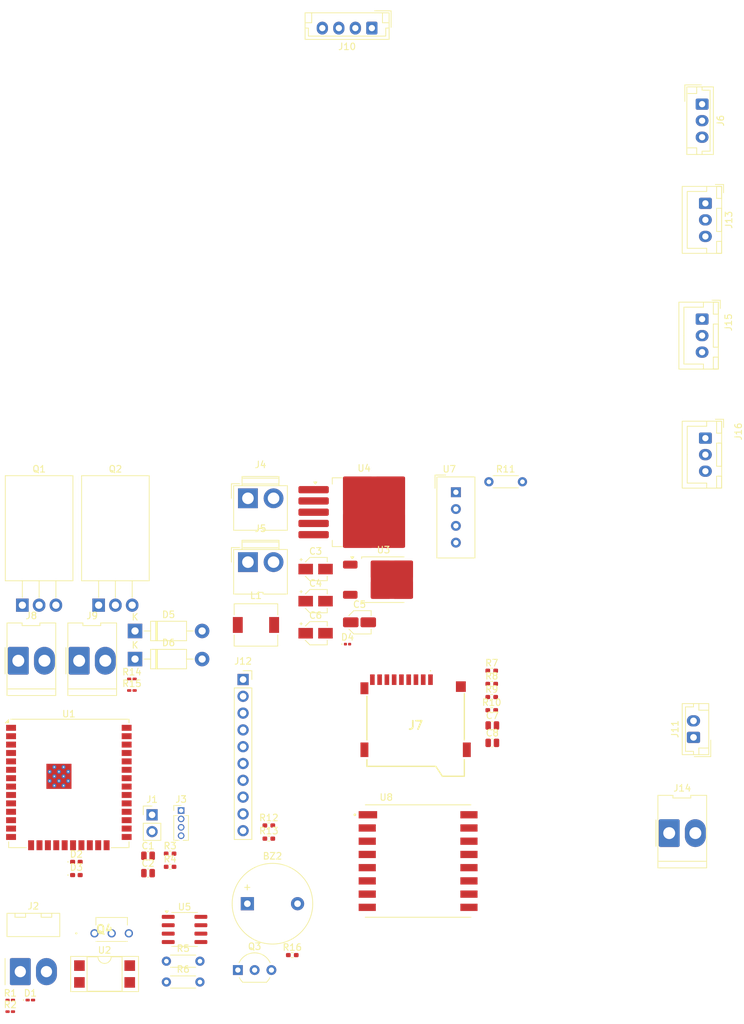
<source format=kicad_pcb>
(kicad_pcb (version 20240108) (generator "pcbnew") (generator_version "8.0")
  (layers (0 "F.Cu" signal) (31 "B.Cu" signal) (34 "B.Paste" user) (35 "F.Paste" user) (36 "B.SilkS" user "B.Silkscreen") (37 "F.SilkS" user "F.Silkscreen") (38 "B.Mask" user) (39 "F.Mask" user) (44 "Edge.Cuts" user))
  (net 0 "")
  (net 1 "Net-(BZ2--)")
  (net 2 "+5V")
  (net 3 "GND")
  (net 4 "+3.3V")
  (net 5 "+12V")
  (net 6 "Net-(D1-A)")
  (net 7 "Net-(D2-A)")
  (net 8 "Net-(D3-A)")
  (net 9 "Net-(D4-K)")
  (net 10 "Net-(D5-A)")
  (net 11 "Net-(D6-A)")
  (net 12 "Net-(J1-Pin_1)")
  (net 13 "Net-(J2-Pin_2)")
  (net 14 "Net-(J3-Pin_3)")
  (net 15 "Net-(J3-Pin_2)")
  (net 16 "/D14")
  (net 17 "/CLK")
  (net 18 "/MISO")
  (net 19 "/CS")
  (net 22 "/MOSI")
  (net 24 "/TX")
  (net 25 "/RX")
  (net 28 "/D32")
  (net 29 "/SCL")
  (net 30 "/D35")
  (net 31 "/SDA")
  (net 32 "/D34")
  (net 33 "Net-(Q1-B)")
  (net 34 "Net-(Q2-B)")
  (net 35 "Net-(Q3-B)")
  (net 36 "Net-(Q4-B)")
  (net 37 "Net-(R1-Pad2)")
  (net 38 "/D13")
  (net 39 "Net-(R2-Pad1)")
  (net 40 "/D2")
  (net 41 "/D12")
  (net 42 "/D25")
  (net 43 "/D26")
  (net 44 "/D4")
  (net 45 "/SCK")
  (net 48 "/Tx")
  (net 51 "/D33")
  (net 55 "/Rx")
  (net 56 "/D15")
  (footprint "Connector_Molex:Molex_KK-396_5273-02A_1x02_P3.96mm_Vertical" (layer "F.Cu") (at 16.47 113.16)
    (property "Reference" "J8" (at 1.98 -6.8 0) (layer "F.SilkS"))
    (property "Value" "Solenoid L")
    (pad "1" thru_hole roundrect (at 0 0) (size 3.16 4.2) (drill 1.8) (layers "*.Cu" "*.Mask") (roundrect_rratio 0.079114) (net 10 "Net-(D5-A)"))
    (pad "2" thru_hole oval (at 3.96 0) (size 3.16 4.2) (drill 1.8) (layers "*.Cu" "*.Mask") (net 5 "+12V"))
  )
  (footprint "Package_TO_SOT_THT:TO-220-3_Horizontal_TabDown" (layer "F.Cu") (at 28.63 104.76)
    (property "Reference" "Q2" (at 2.54 -20.58 0) (layer "F.SilkS"))
    (property "Value" "TIP120")
    (pad "" np_thru_hole oval (at 2.54 -16.66) (size 3.5 3.5) (drill 3.5) (layers "*.Cu" "*.Mask"))
    (pad "1" thru_hole rect (at 0 0) (size 1.905 2) (drill 1.1) (layers "*.Cu" "*.Mask") (net 34 "Net-(Q2-B)"))
    (pad "2" thru_hole oval (at 2.54 0) (size 1.905 2) (drill 1.1) (layers "*.Cu" "*.Mask") (net 11 "Net-(D6-A)"))
    (pad "3" thru_hole oval (at 5.08 0) (size 1.905 2) (drill 1.1) (layers "*.Cu" "*.Mask") (net 3 "GND"))
  )
  (footprint "Sensor:Aosong_DHT11_5.5x12.0_P2.54mm" (layer "F.Cu") (at 82.725 87.685)
    (property "Reference" "U7" (at -1 -3.5 0) (layer "F.SilkS"))
    (property "Value" "DHT11")
    (pad "1" thru_hole rect (at 0 0) (size 1.5 1.5) (drill 0.8) (layers "*.Cu" "*.Mask") (net 2 "+5V"))
    (pad "2" thru_hole circle (at 0 2.54) (size 1.5 1.5) (drill 0.8) (layers "*.Cu" "*.Mask") (net 41 "/D12"))
    (pad "3" thru_hole circle (at 0 5.08) (size 1.5 1.5) (drill 0.8) (layers "*.Cu" "*.Mask"))
    (pad "4" thru_hole circle (at 0 7.62) (size 1.5 1.5) (drill 0.8) (layers "*.Cu" "*.Mask") (net 3 "GND"))
  )
  (footprint "Package_TO_SOT_SMD:TO-263-5_TabPin3" (layer "F.Cu") (at 68.83 90.7)
    (property "Reference" "U4" (at 0 -6.65 0) (layer "F.SilkS"))
    (property "Value" "LM2576S-5")
    (pad "1" smd roundrect (at -7.65 -3.4) (size 4.6 1.1) (layers "F.Cu" "F.Paste" "F.Mask") (roundrect_rratio 0.227273) (net 5 "+12V"))
    (pad "2" smd roundrect (at -7.65 -1.7) (size 4.6 1.1) (layers "F.Cu" "F.Paste" "F.Mask") (roundrect_rratio 0.227273) (net 9 "Net-(D4-K)"))
    (pad "3" smd roundrect (at -7.65 0) (size 4.6 1.1) (layers "F.Cu" "F.Paste" "F.Mask") (roundrect_rratio 0.227273) (net 3 "GND"))
    (pad "3" smd roundrect (at -0.925 -2.775) (size 4.55 5.25) (layers "F.Cu" "F.Paste") (roundrect_rratio 0.054945) (net 3 "GND"))
    (pad "3" smd roundrect (at -0.925 2.775) (size 4.55 5.25) (layers "F.Cu" "F.Paste") (roundrect_rratio 0.054945) (net 3 "GND"))
    (pad "3" smd roundrect (at 1.5 0) (size 9.4 10.8) (layers "F.Cu" "F.Mask") (roundrect_rratio 0.026596) (net 3 "GND"))
    (pad "3" smd roundrect (at 3.925 -2.775) (size 4.55 5.25) (layers "F.Cu" "F.Paste") (roundrect_rratio 0.054945) (net 3 "GND"))
    (pad "3" smd roundrect (at 3.925 2.775) (size 4.55 5.25) (layers "F.Cu" "F.Paste") (roundrect_rratio 0.054945) (net 3 "GND"))
    (pad "4" smd roundrect (at -7.65 1.7) (size 4.6 1.1) (layers "F.Cu" "F.Paste" "F.Mask") (roundrect_rratio 0.227273) (net 2 "+5V"))
    (pad "5" smd roundrect (at -7.65 3.4) (size 4.6 1.1) (layers "F.Cu" "F.Paste" "F.Mask") (roundrect_rratio 0.227273) (net 3 "GND"))
  )
  (footprint "Resistor_SMD:R_0201_0603Metric_Pad0.64x0.40mm_HandSolder" (layer "F.Cu") (at 15.25 164.47)
    (property "Reference" "R1" (at 0 -1.05 0) (layer "F.SilkS"))
    (property "Value" "1K")
    (pad "1" smd roundrect (at -0.4075 0) (size 0.635 0.4) (layers "F.Cu" "F.Mask") (net 38 "/D13"))
    (pad "2" smd roundrect (at 0.4075 0) (size 0.635 0.4) (layers "F.Cu" "F.Mask") (net 37 "Net-(R1-Pad2)"))
  )
  (footprint "Connector_JST:JST_EH_B3B-EH-A_1x03_P2.50mm_Vertical" (layer "F.Cu") (at 120 29 -90)
    (property "Reference" "J6" (at 2.5 -2.8 90) (layer "F.SilkS"))
    (property "Value" "Input Flow")
    (pad "1" thru_hole roundrect (at 0 0 270) (size 1.7 1.95) (drill 0.95) (layers "*.Cu" "*.Mask") (roundrect_rratio 0.147059) (net 2 "+5V"))
    (pad "2" thru_hole oval (at 2.5 0 270) (size 1.7 1.95) (drill 0.95) (layers "*.Cu" "*.Mask") (net 16 "/D14"))
    (pad "3" thru_hole oval (at 5 0 270) (size 1.7 1.95) (drill 0.95) (layers "*.Cu" "*.Mask") (net 3 "GND"))
  )
  (footprint "Connector_JST:JST_XH_B3B-XH-A_1x03_P2.50mm_Vertical" (layer "F.Cu") (at 120 61.5 -90)
    (property "Reference" "J15" (at 0.5 -4 90) (layer "F.SilkS"))
    (property "Value" "LOW PREASURE SENSOR")
    (pad "1" thru_hole roundrect (at 0 0 270) (size 1.7 1.95) (drill 0.95) (layers "*.Cu" "*.Mask") (roundrect_rratio 0.147059) (net 3 "GND"))
    (pad "2" thru_hole oval (at 2.5 0 270) (size 1.7 1.95) (drill 0.95) (layers "*.Cu" "*.Mask") (net 30 "/D35"))
    (pad "3" thru_hole oval (at 5 0 270) (size 1.7 1.95) (drill 0.95) (layers "*.Cu" "*.Mask") (net 5 "+12V"))
  )
  (footprint "Capacitor_SMD:CP_Elec_3x5.3" (layer "F.Cu") (at 61.48 104.15)
    (property "Reference" "C4" (at 0 -2.7 0) (layer "F.SilkS"))
    (property "Value" "10uF")
    (pad "1" smd rect (at -1.5 0) (size 2.2 1.6) (layers "F.Cu" "F.Paste" "F.Mask") (net 4 "+3.3V"))
    (pad "2" smd rect (at 1.5 0) (size 2.2 1.6) (layers "F.Cu" "F.Paste" "F.Mask") (net 3 "GND"))
  )
  (footprint "MSD-4-A:MSD4A" (layer "F.Cu") (at 76.625 122.925)
    (property "Reference" "J7" (at 0 0 0) (layer "F.SilkS") (effects (font (size 1.27 1.27) (thickness 0.254))))
    (property "Value" "MSD-4-A" (hide yes))
    (pad "" np_thru_hole circle (at -4.95 4.1) (size 1 1) (drill 1) (layers "*.Cu" "*.Mask"))
    (pad "" np_thru_hole circle (at 3.05 4.1) (size 1 1) (drill 1) (layers "*.Cu" "*.Mask"))
    (pad "1" smd rect (at 2.25 -6.9) (size 0.7 1.6) (layers "F.Cu" "F.Paste" "F.Mask"))
    (pad "2" smd rect (at 1.15 -6.9) (size 0.7 1.6) (layers "F.Cu" "F.Paste" "F.Mask") (net 19 "/CS"))
    (pad "3" smd rect (at 0.05 -6.9) (size 0.7 1.6) (layers "F.Cu" "F.Paste" "F.Mask") (net 18 "/MISO"))
    (pad "4" smd rect (at -1.05 -6.9) (size 0.7 1.6) (layers "F.Cu" "F.Paste" "F.Mask") (net 4 "+3.3V"))
    (pad "5" smd rect (at -2.15 -6.9) (size 0.7 1.6) (layers "F.Cu" "F.Paste" "F.Mask") (net 17 "/CLK"))
    (pad "6" smd rect (at -3.25 -6.9) (size 0.7 1.6) (layers "F.Cu" "F.Paste" "F.Mask") (net 3 "GND"))
    (pad "7" smd rect (at -4.35 -6.9) (size 0.7 1.6) (layers "F.Cu" "F.Paste" "F.Mask") (net 22 "/MOSI"))
    (pad "8" smd rect (at -5.45 -6.9) (size 0.7 1.6) (layers "F.Cu" "F.Paste" "F.Mask"))
    (pad "CD1" smd rect (at -6.55 -6.9) (size 0.7 1.6) (layers "F.Cu" "F.Paste" "F.Mask"))
    (pad "G1" smd rect (at 6.85 -5.85) (size 1.5 1.6) (layers "F.Cu" "F.Paste" "F.Mask") (net 3 "GND"))
    (pad "G2" smd rect (at 7.75 3.7) (size 1.2 2.2) (layers "F.Cu" "F.Paste" "F.Mask") (net 3 "GND"))
    (pad "G3" smd rect (at -7.75 3.7) (size 1.2 2.2) (layers "F.Cu" "F.Paste" "F.Mask") (net 3 "GND"))
    (pad "G4" smd rect (at -7.75 -5.6) (size 1.2 1.8) (layers "F.Cu" "F.Paste" "F.Mask") (net 3 "GND"))
  )
  (footprint "Connector_JST:JST_XH_B3B-XH-A_1x03_P2.50mm_Vertical" (layer "F.Cu") (at 120.5 44 -90)
    (property "Reference" "J13" (at 2.5 -3.55 90) (layer "F.SilkS"))
    (property "Value" "LEFT HIGH PREASURE")
    (pad "1" thru_hole roundrect (at 0 0 270) (size 1.7 1.95) (drill 0.95) (layers "*.Cu" "*.Mask") (roundrect_rratio 0.147059) (net 3 "GND"))
    (pad "2" thru_hole oval (at 2.5 0 270) (size 1.7 1.95) (drill 0.95) (layers "*.Cu" "*.Mask") (net 28 "/D32"))
    (pad "3" thru_hole oval (at 5 0 270) (size 1.7 1.95) (drill 0.95) (layers "*.Cu" "*.Mask") (net 5 "+12V"))
  )
  (footprint "LED_SMD:LED_0201_0603Metric_Pad0.64x0.40mm_HandSolder" (layer "F.Cu") (at 18.29 164.47)
    (property "Reference" "D1" (at 0 -1.05 0) (layer "F.SilkS"))
    (property "Value" "LED")
    (pad "1" smd roundrect (at -0.4075 0) (size 0.635 0.4) (layers "F.Cu" "F.Mask") (net 3 "GND"))
    (pad "2" smd roundrect (at 0.4075 0) (size 0.635 0.4) (layers "F.Cu" "F.Mask") (net 6 "Net-(D1-A)"))
  )
  (footprint "Package_DIP:DIP-4_W7.62mm_SMDSocket_SmallPads" (layer "F.Cu") (at 29.53 160.53)
    (property "Reference" "U2" (at 0 -3.6 0) (layer "F.SilkS"))
    (property "Value" "PC817")
    (pad "1" smd rect (at -3.81 -1.27) (size 1.6 1.6) (layers "F.Cu" "F.Paste" "F.Mask") (net 37 "Net-(R1-Pad2)"))
    (pad "2" smd rect (at -3.81 1.27) (size 1.6 1.6) (layers "F.Cu" "F.Paste" "F.Mask") (net 6 "Net-(D1-A)"))
    (pad "3" smd rect (at 3.81 1.27) (size 1.6 1.6) (layers "F.Cu" "F.Paste" "F.Mask") (net 39 "Net-(R2-Pad1)"))
    (pad "4" smd rect (at 3.81 -1.27) (size 1.6 1.6) (layers "F.Cu" "F.Paste" "F.Mask") (net 5 "+12V"))
  )
  (footprint "Connector:JWT_A3963_1x02_P3.96mm_Vertical" (layer "F.Cu") (at 51.235 88.6)
    (property "Reference" "J4" (at 1.91 -5.08 0) (layer "F.SilkS"))
    (property "Value" "Conn_01x02_Pin")
    (pad "1" thru_hole rect (at 0 0) (size 3 3) (drill 1.75) (layers "*.Cu" "*.Mask") (net 2 "+5V"))
    (pad "2" thru_hole circle (at 3.88 0) (size 3 3) (drill 1.75) (layers "*.Cu" "*.Mask") (net 5 "+12V"))
  )
  (footprint "Package_SO:SOIC-8_3.9x4.9mm_P1.27mm" (layer "F.Cu") (at 41.64 153.79)
    (property "Reference" "U5" (at 0 -3.4 0) (layer "F.SilkS"))
    (property "Value" "FM24C64B")
    (pad "1" smd roundrect (at -2.475 -1.905) (size 1.95 0.6) (layers "F.Cu" "F.Paste" "F.Mask") (net 3 "GND"))
    (pad "2" smd roundrect (at -2.475 -0.635) (size 1.95 0.6) (layers "F.Cu" "F.Paste" "F.Mask") (net 3 "GND"))
    (pad "3" smd roundrect (at -2.475 0.635) (size 1.95 0.6) (layers "F.Cu" "F.Paste" "F.Mask") (net 3 "GND"))
    (pad "4" smd roundrect (at -2.475 1.905) (size 1.95 0.6) (layers "F.Cu" "F.Paste" "F.Mask") (net 3 "GND"))
    (pad "5" smd roundrect (at 2.475 1.905) (size 1.95 0.6) (layers "F.Cu" "F.Paste" "F.Mask") (net 31 "/SDA"))
    (pad "6" smd roundrect (at 2.475 0.635) (size 1.95 0.6) (layers "F.Cu" "F.Paste" "F.Mask") (net 29 "/SCL"))
    (pad "7" smd roundrect (at 2.475 -0.635) (size 1.95 0.6) (layers "F.Cu" "F.Paste" "F.Mask"))
    (pad "8" smd roundrect (at 2.475 -1.905) (size 1.95 0.6) (layers "F.Cu" "F.Paste" "F.Mask") (net 4 "+3.3V"))
  )
  (footprint "Capacitor_SMD:C_0504_1310Metric_Pad0.83x1.28mm_HandSolder" (layer "F.Cu") (at 36.11 145.28)
    (property "Reference" "C2" (at 0 -1.49 0) (layer "F.SilkS"))
    (property "Value" "0.1uF")
    (pad "1" smd roundrect (at -0.6275 0) (size 0.835 1.28) (layers "F.Cu" "F.Paste" "F.Mask") (net 4 "+3.3V"))
    (pad "2" smd roundrect (at 0.6275 0) (size 0.835 1.28) (layers "F.Cu" "F.Paste" "F.Mask") (net 3 "GND"))
  )
  (footprint "Resistor_SMD:R_0402_1005Metric_Pad0.72x0.64mm_HandSolder" (layer "F.Cu") (at 88.15 114.67)
    (property "Reference" "R7" (at 0 -1.17 0) (layer "F.SilkS"))
    (property "Value" "10K")
    (pad "1" smd roundrect (at -0.5975 0) (size 0.715 0.64) (layers "F.Cu" "F.Paste" "F.Mask") (net 4 "+3.3V"))
    (pad "2" smd roundrect (at 0.5975 0) (size 0.715 0.64) (layers "F.Cu" "F.Paste" "F.Mask") (net 19 "/CS"))
  )
  (footprint "Connector_JST:JST_EH_B4B-EH-A_1x04_P2.50mm_Vertical" (layer "F.Cu") (at 70 17.5 180)
    (property "Reference" "J10" (at 3.75 -2.8 0) (layer "F.SilkS"))
    (property "Value" "Conn_01x04_Pin")
    (pad "1" thru_hole roundrect (at 0 0 180) (size 1.7 1.95) (drill 0.95) (layers "*.Cu" "*.Mask") (roundrect_rratio 0.147059) (net 2 "+5V"))
    (pad "2" thru_hole oval (at 2.5 0 180) (size 1.7 1.95) (drill 0.95) (layers "*.Cu" "*.Mask") (net 25 "/RX"))
    (pad "3" thru_hole oval (at 5 0 180) (size 1.7 1.95) (drill 0.95) (layers "*.Cu" "*.Mask") (net 24 "/TX"))
    (pad "4" thru_hole oval (at 7.5 0 180) (size 1.7 1.95) (drill 0.95) (layers "*.Cu" "*.Mask") (net 3 "GND"))
  )
  (footprint "Connector:JWT_A3963_1x02_P3.96mm_Vertical" (layer "F.Cu") (at 51.235 98.25)
    (property "Reference" "J5" (at 1.91 -5.08 0) (layer "F.SilkS"))
    (property "Value" "Conn_01x02_Pin")
    (pad "1" thru_hole rect (at 0 0) (size 3 3) (drill 1.75) (layers "*.Cu" "*.Mask") (net 2 "+5V"))
    (pad "2" thru_hole circle (at 3.88 0) (size 3 3) (drill 1.75) (layers "*.Cu" "*.Mask") (net 5 "+12V"))
  )
  (footprint "Resistor_SMD:R_0402_1005Metric_Pad0.72x0.64mm_HandSolder" (layer "F.Cu") (at 39.45 144.32)
    (property "Reference" "R4" (at 0 -1.17 0) (layer "F.SilkS"))
    (property "Value" "1K")
    (pad "1" smd roundrect (at -0.5975 0) (size 0.715 0.64) (layers "F.Cu" "F.Paste" "F.Mask") (net 4 "+3.3V"))
    (pad "2" smd roundrect (at 0.5975 0) (size 0.715 0.64) (layers "F.Cu" "F.Paste" "F.Mask") (net 7 "Net-(D2-A)"))
  )
  (footprint "Resistor_SMD:R_0402_1005Metric_Pad0.72x0.64mm_HandSolder" (layer "F.Cu") (at 57.95 157.67)
    (property "Reference" "R16" (at 0 -1.17 0) (layer "F.SilkS"))
    (property "Value" "1k")
    (pad "1" smd roundrect (at -0.5975 0) (size 0.715 0.64) (layers "F.Cu" "F.Paste" "F.Mask") (net 44 "/D4"))
    (pad "2" smd roundrect (at 0.5975 0) (size 0.715 0.64) (layers "F.Cu" "F.Paste" "F.Mask") (net 35 "Net-(Q3-B)"))
  )
  (footprint "Resistor_SMD:R_0402_1005Metric_Pad0.72x0.64mm_HandSolder" (layer "F.Cu") (at 39.45 142.33)
    (property "Reference" "R3" (at 0 -1.17 0) (layer "F.SilkS"))
    (property "Value" "1K")
    (pad "1" smd roundrect (at -0.5975 0) (size 0.715 0.64) (layers "F.Cu" "F.Paste" "F.Mask") (net 8 "Net-(D3-A)"))
    (pad "2" smd roundrect (at 0.5975 0) (size 0.715 0.64) (layers "F.Cu" "F.Paste" "F.Mask") (net 40 "/D2"))
  )
  (footprint "Diode_SMD:D_0201_0603Metric" (layer "F.Cu") (at 66.315 110.65)
    (property "Reference" "D4" (at 0 -1.05 0) (layer "F.SilkS"))
    (property "Value" "1N5822")
    (pad "1" smd roundrect (at -0.32 0) (size 0.46 0.4) (layers "F.Cu" "F.Mask") (net 9 "Net-(D4-K)"))
    (pad "2" smd roundrect (at 0.32 0) (size 0.46 0.4) (layers "F.Cu" "F.Mask") (net 3 "GND"))
  )
  (footprint "Capacitor_SMD:CP_Elec_3x5.3" (layer "F.Cu") (at 61.48 109)
    (property "Reference" "C6" (at 0 -2.7 0) (layer "F.SilkS"))
    (property "Value" "1000uF")
    (pad "1" smd rect (at -1.5 0) (size 2.2 1.6) (layers "F.Cu" "F.Paste" "F.Mask") (net 2 "+5V"))
    (pad "2" smd rect (at 1.5 0) (size 2.2 1.6) (layers "F.Cu" "F.Paste" "F.Mask") (net 3 "GND"))
  )
  (footprint "Resistor_SMD:R_0402_1005Metric_Pad0.72x0.64mm_HandSolder" (layer "F.Cu") (at 88.15 118.65)
    (property "Reference" "R9" (at 0 -1.17 0) (layer "F.SilkS"))
    (property "Value" "10K")
    (pad "1" smd roundrect (at -0.5975 0) (size 0.715 0.64) (layers "F.Cu" "F.Paste" "F.Mask") (net 17 "/CLK"))
    (pad "2" smd roundrect (at 0.5975 0) (size 0.715 0.64) (layers "F.Cu" "F.Paste" "F.Mask") (net 4 "+3.3V"))
  )
  (footprint "Connector_Molex:Molex_KK-396_A-41792-0002_1x02_P3.96mm_Horizontal" (layer "F.Cu") (at 16.77 160.17)
    (property "Reference" "J2" (at 1.98 -9.91 0) (layer "F.SilkS"))
    (property "Value" "buzzer")
    (pad "1" thru_hole roundrect (at 0 0) (size 3.16 4.1) (drill 1.7) (layers "*.Cu" "*.Mask") (roundrect_rratio 0.079114) (net 5 "+12V"))
    (pad "2" thru_hole oval (at 3.96 0) (size 3.16 4.1) (drill 1.7) (layers "*.Cu" "*.Mask") (net 13 "Net-(J2-Pin_2)"))
  )
  (footprint "Resistor_SMD:R_0402_1005Metric_Pad0.72x0.64mm_HandSolder" (layer "F.Cu") (at 88.15 120.64)
    (property "Reference" "R10" (at 0 -1.17 0) (layer "F.SilkS"))
    (property "Value" "10K")
    (pad "1" smd roundrect (at -0.5975 0) (size 0.715 0.64) (layers "F.Cu" "F.Paste" "F.Mask") (net 22 "/MOSI"))
    (pad "2" smd roundrect (at 0.5975 0) (size 0.715 0.64) (layers "F.Cu" "F.Paste" "F.Mask") (net 4 "+3.3V"))
  )
  (footprint "Buzzer_Beeper:Buzzer_12x9.5RM7.6" (layer "F.Cu") (at 51.15 149.9)
    (property "Reference" "BZ2" (at 3.8 -7.2 0) (layer "F.SilkS"))
    (property "Value" "Buzzer")
    (fp_text user "+" (at -0.01 -2.54 0) (layer "F.SilkS"))
    (pad "1" thru_hole rect (at 0 0) (size 2 2) (drill 1) (layers "*.Cu" "*.Mask") (net 2 "+5V"))
    (pad "2" thru_hole circle (at 7.6 0) (size 2 2) (drill 1) (layers "*.Cu" "*.Mask") (net 1 "Net-(BZ2--)"))
  )
  (footprint "Capacitor_SMD:C_0504_1310Metric_Pad0.83x1.28mm_HandSolder" (layer "F.Cu") (at 88.24 125.58)
    (property "Reference" "C8" (at 0 -1.49 0) (layer "F.SilkS"))
    (property "Value" "10uF")
    (pad "1" smd roundrect (at -0.6275 0) (size 0.835 1.28) (layers "F.Cu" "F.Paste" "F.Mask") (net 4 "+3.3V"))
    (pad "2" smd roundrect (at 0.6275 0) (size 0.835 1.28) (layers "F.Cu" "F.Paste" "F.Mask") (net 3 "GND"))
  )
  (footprint "Resistor_SMD:R_0201_0603Metric_Pad0.64x0.40mm_HandSolder" (layer "F.Cu") (at 15.25 166.22)
    (property "Reference" "R2" (at 0 -1.05 0) (layer "F.SilkS"))
    (property "Value" "510")
    (pad "1" smd roundrect (at -0.4075 0) (size 0.635 0.4) (layers "F.Cu" "F.Mask") (net 39 "Net-(R2-Pad1)"))
    (pad "2" smd roundrect (at 0.4075 0) (size 0.635 0.4) (layers "F.Cu" "F.Mask") (net 36 "Net-(Q4-B)"))
  )
  (footprint "Package_TO_SOT_THT:TO-92_Inline_Wide" (layer "F.Cu") (at 49.71 159.93)
    (property "Reference" "Q3" (at 2.54 -3.56 0) (layer "F.SilkS"))
    (property "Value" "BC547")
    (pad "1" thru_hole rect (at 0 0) (size 1.5 1.5) (drill 0.8) (layers "*.Cu" "*.Mask") (net 1 "Net-(BZ2--)"))
    (pad "2" thru_hole circle (at 2.54 0) (size 1.5 1.5) (drill 0.8) (layers "*.Cu" "*.Mask") (net 35 "Net-(Q3-B)"))
    (pad "3" thru_hole circle (at 5.08 0) (size 1.5 1.5) (drill 0.8) (layers "*.Cu" "*.Mask") (net 3 "GND"))
  )
  (footprint "Resistor_THT:R_Axial_DIN0204_L3.6mm_D1.6mm_P5.08mm_Horizontal" (layer "F.Cu") (at 38.89 158.59)
    (property "Reference" "R5" (at 2.54 -1.92 0) (layer "F.SilkS"))
    (property "Value" "1k8")
    (pad "1" thru_hole circle (at 0 0) (size 1.4 1.4) (drill 0.7) (layers "*.Cu" "*.Mask") (net 4 "+3.3V"))
    (pad "2" thru_hole oval (at 5.08 0) (size 1.4 1.4) (drill 0.7) (layers "*.Cu" "*.Mask") (net 31 "/SDA"))
  )
  (footprint "Connector_PinSocket_2.54mm:PinSocket_1x10_P2.54mm_Vertical" (layer "F.Cu") (at 50.5 116)
    (property "Reference" "J12" (at 0 -2.77 0) (layer "F.SilkS"))
    (property "Value" "ADS1015")
    (pad "1" thru_hole rect (at 0 0) (size 1.7 1.7) (drill 1) (layers "*.Cu" "*.Mask") (net 4 "+3.3V"))
    (pad "2" thru_hole oval (at 0 2.54) (size 1.7 1.7) (drill 1) (layers "*.Cu" "*.Mask") (net 3 "GND"))
    (pad "3" thru_hole oval (at 0 5.08) (size 1.7 1.7) (drill 1) (layers "*.Cu" "*.Mask") (net 29 "/SCL"))
    (pad "4" thru_hole oval (at 0 7.62) (size 1.7 1.7) (drill 1) (layers "*.Cu" "*.Mask") (net 31 "/SDA"))
    (pad "5" thru_hole oval (at 0 10.16) (size 1.7 1.7) (drill 1) (layers "*.Cu" "*.Mask") (net 4 "+3.3V"))
    (pad "6" thru_hole oval (at 0 12.7) (size 1.7 1.7) (drill 1) (layers "*.Cu" "*.Mask"))
    (pad "7" thru_hole oval (at 0 15.24) (size 1.7 1.7) (drill 1) (layers "*.Cu" "*.Mask") (net 28 "/D32"))
    (pad "8" thru_hole oval (at 0 17.78) (size 1.7 1.7) (drill 1) (layers "*.Cu" "*.Mask") (net 32 "/D34"))
    (pad "9" thru_hole oval (at 0 20.32) (size 1.7 1.7) (drill 1) (layers "*.Cu" "*.Mask") (net 30 "/D35"))
    (pad "10" thru_hole oval (at 0 22.86) (size 1.7 1.7) (drill 1) (layers "*.Cu" "*.Mask"))
  )
  (footprint "Resistor_THT:R_Axial_DIN0204_L3.6mm_D1.6mm_P5.08mm_Horizontal" (layer "F.Cu") (at 87.72 86.1)
    (property "Reference" "R11" (at 2.54 -1.92 0) (layer "F.SilkS"))
    (property "Value" "5K1")
    (pad "1" thru_hole circle (at 0 0) (size 1.4 1.4) (drill 0.7) (layers "*.Cu" "*.Mask") (net 2 "+5V"))
    (pad "2" thru_hole oval (at 5.08 0) (size 1.4 1.4) (drill 0.7) (layers "*.Cu" "*.Mask") (net 41 "/D12"))
  )
  (footprint "RA-02_LORA:MODULE_RA-02_LORA" (layer "F.Cu") (at 77.001 143.45)
    (property "Reference" "U8" (at -4.825 -9.635 0) (layer "F.SilkS"))
    (property "Value" "RA-02_LORA")
    (pad "1" smd rect (at -7.6 -7) (size 2.8 1.1) (layers "F.Cu" "F.Paste" "F.Mask") (net 3 "GND"))
    (pad "2" smd rect (at -7.7 -5) (size 2.6 1.1) (layers "F.Cu" "F.Paste" "F.Mask") (net 3 "GND"))
    (pad "3" smd rect (at -7.7 -3) (size 2.6 1.1) (layers "F.Cu" "F.Paste" "F.Mask") (net 4 "+3.3V"))
    (pad "4" smd rect (at -7.7 -1) (size 2.6 1.1) (layers "F.Cu" "F.Paste" "F.Mask") (net 56 "/D15"))
    (pad "5" smd rect (at -7.7 1) (size 2.6 1.1) (layers "F.Cu" "F.Paste" "F.Mask") (net 51 "/D33"))
    (pad "6" smd rect (at -7.7 3) (size 2.6 1.1) (layers "F.Cu" "F.Paste" "F.Mask"))
    (pad "7" smd rect (at -7.7 5) (size 2.6 1.1) (layers "F.Cu" "F.Paste" "F.Mask"))
    (pad "8" smd rect (at -7.7 7) (size 2.6 1.1) (layers "F.Cu" "F.Paste" "F.Mask"))
    (pad "9" smd rect (at 7.7 7) (size 2.6 1.1) (layers "F.Cu" "F.Paste" "F.Mask") (net 3 "GND"))
    (pad "10" smd rect (at 7.7 5) (size 2.6 1.1) (layers "F.Cu" "F.Paste" "F.Mask"))
    (pad "11" smd rect (at 7.7 3) (size 2.6 1.1) (layers "F.Cu" "F.Paste" "F.Mask"))
    (pad "12" smd rect (at 7.7 1) (size 2.6 1.1) (layers "F.Cu" "F.Paste" "F.Mask") (net 45 "/SCK"))
    (pad "13" smd rect (at 7.7 -1) (size 2.6 1.1) (layers "F.Cu" "F.Paste" "F.Mask") (net 18 "/MISO"))
    (pad "14" smd rect (at 7.7 -3) (size 2.6 1.1) (layers "F.Cu" "F.Paste" "F.Mask") (net 22 "/MOSI"))
    (pad "15" smd rect (at 7.7 -5) (size 2.6 1.1) (layers "F.Cu" "F.Paste" "F.Mask") (net 19 "/CS"))
    (pad "16" smd rect (at 7.7 -7) (size 2.6 1.1) (layers "F.Cu" "F.Paste" "F.Mask") (net 3 "GND"))
  )
  (footprint "Capacitor_SMD:C_Elec_3x5.4" (layer "F.Cu") (at 68.13 107.35)
    (property "Reference" "C5" (at 0 -2.7 0) (layer "F.SilkS"))
    (property "Value" "100uF")
    (pad "1" smd roundrect (at -1.325 0) (size 2.35 1.5) (layers "F.Cu" "F.Paste" "F.Mask") (roundrect_rratio 0.166667) (net 5 "+12V"))
    (pad "2" smd roundrect (at 1.325 0) (size 2.35 1.5) (layers "F.Cu" "F.Paste" "F.Mask") (roundrect_rratio 0.166667) (net 3 "GND"))
  )
  (footprint "KiCad:2N5551TA" (layer "F.Cu") (at 28.005 154.38)
    (property "Reference" "Q4" (at 1.533 -0.585 0) (layer "F.SilkS") (effects (font (size 1.27 1.27) (thickness 0.254))))
    (property "Value" "2N5551-TA" (hide yes))
    (pad "1" thru_hole circle (at 0 0) (size 1.25 1.25) (drill 0.82) (layers "*.Cu" "*.Mask") (net 13 "Net-(J2-Pin_2)"))
    (pad "2" thru_hole circle (at 2.6 0) (size 1.25 1.25) (drill 0.82) (layers "*.Cu" "*.Mask") (net 36 "Net-(Q4-B)"))
    (pad "3" thru_hole circle (at 5.2 0) (size 1.25 1.25) (drill 0.82) (layers "*.Cu" "*.Mask") (net 3 "GND"))
  )
  (footprint "Connector_PinHeader_2.54mm:PinHeader_1x02_P2.54mm_Vertical" (layer "F.Cu") (at 36.72 136.46)
    (property "Reference" "J1" (at 0 -2.33 0) (layer "F.SilkS"))
    (property "Value" "Boot")
    (pad "1" thru_hole rect (at 0 0) (size 1.7 1.7) (drill 1) (layers "*.Cu" "*.Mask") (net 12 "Net-(J1-Pin_1)"))
    (pad "2" thru_hole oval (at 0 2.54) (size 1.7 1.7) (drill 1) (layers "*.Cu" "*.Mask") (net 3 "GND"))
  )
  (footprint "Capacitor_SMD:C_0504_1310Metric_Pad0.83x1.28mm_HandSolder" (layer "F.Cu") (at 36.11 142.65)
    (property "Reference" "C1" (at 0 -1.49 0) (layer "F.SilkS"))
    (property "Value" "22uF")
    (pad "1" smd roundrect (at -0.6275 0) (size 0.835 1.28) (layers "F.Cu" "F.Paste" "F.Mask") (net 4 "+3.3V"))
    (pad "2" smd roundrect (at 0.6275 0) (size 0.835 1.28) (layers "F.Cu" "F.Paste" "F.Mask") (net 3 "GND"))
  )
  (footprint "Package_TO_SOT_THT:TO-220-3_Horizontal_TabDown" (layer "F.Cu") (at 17.08 104.76)
    (property "Reference" "Q1" (at 2.54 -20.58 0) (layer "F.SilkS"))
    (property "Value" "TIP120")
    (pad "" np_thru_hole oval (at 2.54 -16.66) (size 3.5 3.5) (drill 3.5) (layers "*.Cu" "*.Mask"))
    (pad "1" thru_hole rect (at 0 0) (size 1.905 2) (drill 1.1) (layers "*.Cu" "*.Mask") (net 33 "Net-(Q1-B)"))
    (pad "2" thru_hole oval (at 2.54 0) (size 1.905 2) (drill 1.1) (layers "*.Cu" "*.Mask") (net 10 "Net-(D5-A)"))
    (pad "3" thru_hole oval (at 5.08 0) (size 1.905 2) (drill 1.1) (layers "*.Cu" "*.Mask") (net 3 "GND"))
  )
  (footprint "Resistor_SMD:R_0201_0603Metric_Pad0.64x0.40mm_HandSolder" (layer "F.Cu") (at 33.67 117.66)
    (property "Reference" "R15" (at 0 -1.05 0) (layer "F.SilkS"))
    (property "Value" "10K")
    (pad "1" smd roundrect (at -0.4075 0) (size 0.635 0.4) (layers "F.Cu" "F.Mask") (net 43 "/D26"))
    (pad "2" smd roundrect (at 0.4075 0) (size 0.635 0.4) (layers "F.Cu" "F.Mask") (net 34 "Net-(Q2-B)"))
  )
  (footprint "LED_SMD:LED_0402_1005Metric_Pad0.77x0.64mm_HandSolder" (layer "F.Cu") (at 25.26 145.57)
    (property "Reference" "D3" (at 0 -1.17 0) (layer "F.SilkS"))
    (property "Value" "BIRU")
    (pad "1" smd roundrect (at -0.5725 0) (size 0.765 0.64) (layers "F.Cu" "F.Paste" "F.Mask") (net 3 "GND"))
    (pad "2" smd roundrect (at 0.5725 0) (size 0.765 0.64) (layers "F.Cu" "F.Paste" "F.Mask") (net 8 "Net-(D3-A)"))
  )
  (footprint "Connector_JST:JST_EH_B2B-EH-A_1x02_P2.50mm_Vertical" (layer "F.Cu") (at 118.7 124.75 90)
    (property "Reference" "J11" (at 1.25 -2.8 90) (layer "F.SilkS"))
    (property "Value" "IN 12V")
    (pad "1" thru_hole roundrect (at 0 0 90) (size 1.7 2) (drill 1) (layers "*.Cu" "*.Mask") (roundrect_rratio 0.147059) (net 5 "+12V"))
    (pad "2" thru_hole oval (at 2.5 0 90) (size 1.7 2) (drill 1) (layers "*.Cu" "*.Mask") (net 3 "GND"))
  )
  (footprint "RF_Module:ESP32-WROOM-32UE" (layer "F.Cu") (at 24.12 131.71)
    (property "Reference" "U1" (at 0 -10.5 0) (layer "F.SilkS"))
    (property "Value" "ESP32-WROOM-32UE")
    (pad "1" smd rect (at -8.75 -8.41) (size 1.5 0.9) (layers "F.Cu" "F.Paste" "F.Mask") (net 3 "GND"))
    (pad "2" smd rect (at -8.75 -7.14) (size 1.5 0.9) (layers "F.Cu" "F.Paste" "F.Mask") (net 4 "+3.3V"))
    (pad "3" smd rect (at -8.75 -5.87) (size 1.5 0.9) (layers "F.Cu" "F.Paste" "F.Mask"))
    (pad "4" smd rect (at -8.75 -4.6) (size 1.5 0.9) (layers "F.Cu" "F.Paste" "F.Mask"))
    (pad "5" smd rect (at -8.75 -3.33) (size 1.5 0.9) (layers "F.Cu" "F.Paste" "F.Mask"))
    (pad "6" smd rect (at -8.75 -2.06) (size 1.5 0.9) (layers "F.Cu" "F.Paste" "F.Mask") (net 32 "/D34"))
    (pad "7" smd rect (at -8.75 -0.79) (size 1.5 0.9) (layers "F.Cu" "F.Paste" "F.Mask") (net 30 "/D35"))
    (pad "8" smd rect (at -8.75 0.48) (size 1.5 0.9) (layers "F.Cu" "F.Paste" "F.Mask") (net 28 "/D32"))
    (pad "9" smd rect (at -8.75 1.75) (size 1.5 0.9) (layers "F.Cu" "F.Paste" "F.Mask") (net 51 "/D33"))
    (pad "10" smd rect (at -8.75 3.02) (size 1.5 0.9) (layers "F.Cu" "F.Paste" "F.Mask") (net 42 "/D25"))
    (pad "11" smd rect (at -8.75 4.29) (size 1.5 0.9) (layers "F.Cu" "F.Paste" "F.Mask") (net 43 "/D26"))
    (pad "12" smd rect (at -8.75 5.56) (size 1.5 0.9) (layers "F.Cu" "F.Paste" "F.Mask"))
    (pad "13" smd rect (at -8.75 6.83) (size 1.5 0.9) (layers "F.Cu" "F.Paste" "F.Mask") (net 16 "/D14"))
    (pad "14" smd rect (at -8.75 8.1) (size 1.5 0.9) (layers "F.Cu" "F.Paste" "F.Mask") (net 41 "/D12"))
    (pad "15" smd rect (at -5.715 9.35 90) (size 1.5 0.9) (layers "F.Cu" "F.Paste" "F.Mask") (net 3 "GND"))
    (pad "16" smd rect (at -4.445 9.35 90) (size 1.5 0.9) (layers "F.Cu" "F.Paste" "F.Mask") (net 38 "/D13"))
    (pad "17" smd rect (at -3.175 9.35 90) (size 1.5 0.9) (layers "F.Cu" "F.Paste" "F.Mask"))
    (pad "18" smd rect (at -1.905 9.35 90) (size 1.5 0.9) (layers "F.Cu" "F.Paste" "F.Mask"))
    (pad "19" smd rect (at -0.635 9.35 90) (size 1.5 0.9) (layers "F.Cu" "F.Paste" "F.Mask"))
    (pad "20" smd rect (at 0.635 9.35 90) (size 1.5 0.9) (layers "F.Cu" "F.Paste" "F.Mask"))
    (pad "21" smd rect (at 1.905 9.35 90) (size 1.5 0.9) (layers "F.Cu" "F.Paste" "F.Mask"))
    (pad "22" smd rect (at 3.175 9.35 90) (size 1.5 0.9) (layers "F.Cu" "F.Paste" "F.Mask"))
    (pad "23" smd rect (at 4.445 9.35 90) (size 1.5 0.9) (layers "F.Cu" "F.Paste" "F.Mask") (net 56 "/D15"))
    (pad "24" smd rect (at 5.715 9.35 90) (size 1.5 0.9) (layers "F.Cu" "F.Paste" "F.Mask") (net 40 "/D2"))
    (pad "25" smd rect (at 8.75 8.1) (size 1.5 0.9) (layers "F.Cu" "F.Paste" "F.Mask") (net 12 "Net-(J1-Pin_1)"))
    (pad "26" smd rect (at 8.75 6.83) (size 1.5 0.9) (layers "F.Cu" "F.Paste" "F.Mask") (net 44 "/D4"))
    (pad "27" smd rect (at 8.75 5.56) (size 1.5 0.9) (layers "F.Cu" "F.Paste" "F.Mask") (net 48 "/Tx"))
    (pad "28" smd rect (at 8.75 4.29) (size 1.5 0.9) (layers "F.Cu" "F.Paste" "F.Mask") (net 55 "/Rx"))
    (pad "29" smd rect (at 8.75 3.02) (size 1.5 0.9) (layers "F.Cu" "F.Paste" "F.Mask") (net 19 "/CS"))
    (pad "30" smd rect (at 8.75 1.75) (size 1.5 0.9) (layers "F.Cu" "F.Paste" "F.Mask") (net 45 "/SCK"))
    (pad "31" smd rect (at 8.75 0.48) (size 1.5 0.9) (layers "F.Cu" "F.Paste" "F.Mask") (net 18 "/MISO"))
    (pad "32" smd rect (at 8.75 -0.79) (size 1.5 0.9) (layers "F.Cu" "F.Paste" "F.Mask"))
    (pad "33" smd rect (at 8.75 -2.06) (size 1.5 0.9) (layers "F.Cu" "F.Paste" "F.Mask") (net 31 "/SDA"))
    (pad "34" smd rect (at 8.75 -3.33) (size 1.5 0.9) (layers "F.Cu" "F.Paste" "F.Mask") (net 14 "Net-(J3-Pin_3)"))
    (pad "35" smd rect (at 8.75 -4.6) (size 1.5 0.9) (layers "F.Cu" "F.Paste" "F.Mask") (net 15 "Net-(J3-Pin_2)"))
    (pad "36" smd rect (at 8.75 -5.87) (size 1.5 0.9) (layers "F.Cu" "F.Paste" "F.Mask") (net 29 "/SCL"))
    (pad "37" smd rect (at 8.75 -7.14) (size 1.5 0.9) (layers "F.Cu" "F.Paste" "F.Mask") (net 22 "/MOSI"))
    (pad "38" smd rect (at 8.75 -8.41) (size 1.5 0.9) (layers "F.Cu" "F.Paste" "F.Mask") (net 3 "GND"))
    (pad "39" smd rect (at -2.9 -2.47) (size 0.9 0.9) (layers "F.Cu" "F.Paste") (net 3 "GND"))
    (pad "39" thru_hole circle (at -2.9 -1.77) (size 0.6 0.6) (drill 0.2) (property pad_prop_heatsink) (layers "*.Cu" "F.Mask") (net 3 "GND"))
    (pad "39" smd rect (at -2.9 -1.07) (size 0.9 0.9) (layers "F.Cu" "F.Paste") (net 3 "GND"))
    (pad "39" thru_hole circle (at -2.9 -0.37) (size 0.6 0.6) (drill 0.2) (property pad_prop_heatsink) (layers "*.Cu" "F.Mask") (net 3 "GND"))
    (pad "39" smd rect (at -2.9 0.33) (size 0.9 0.9) (layers "F.Cu" "F.Paste") (net 3 "GND"))
    (pad "39" thru_hole circle (at -2.2 -2.47) (size 0.6 0.6) (drill 0.2) (property pad_prop_heatsink) (layers "*.Cu" "F.Mask") (net 3 "GND"))
    (pad "39" thru_hole circle (at -2.2 -1.07) (size 0.6 0.6) (drill 0.2) (property pad_prop_heatsink) (layers "*.Cu" "F.Mask") (net 3 "GND"))
    (pad "39" thru_hole circle (at -2.2 0.33) (size 0.6 0.6) (drill 0.2) (property pad_prop_heatsink) (layers "*.Cu" "F.Mask") (net 3 "GND"))
    (pad "39" smd rect (at -1.5 -2.47) (size 0.9 0.9) (layers "F.Cu" "F.Paste") (net 3 "GND"))
    (pad "39" thru_hole circle (at -1.5 -1.77) (size 0.6 0.6) (drill 0.2) (property pad_prop_heatsink) (layers "*.Cu" "F.Mask") (net 3 "GND"))
    (pad "39" smd rect (at -1.5 -1.07) (size 0.9 0.9) (layers "F.Cu" "F.Paste") (net 3 "GND"))
    (pad "39" smd rect (at -1.5 -1.07) (size 3.8 3.8) (layers "F.Cu" "F.Mask") (net 3 "GND"))
    (pad "39" thru_hole circle (at -1.5 -0.37) (size 0.6 0.6) (drill 0.2) (property pad_prop_heatsink) (layers "*.Cu" "F.Mask") (net 3 "GND"))
    (pad "39" smd rect (at -1.5 0.33) (size 0.9 0.9) (layers "F.Cu" "F.Paste") (net 3 "GND"))
    (pad "39" thru_hole circle (at -0.8 -2.47) (size 0.6 0.6) (drill 0.2) (property pad_prop_heatsink) (layers "*.Cu" "F.Mask") (net 3 "GND"))
    (pad "39" thru_hole circle (at -0.8 -1.07) (size 0.6 0.6) (drill 0.2) (property pad_prop_heatsink) (layers "*.Cu" "F.Mask") (net 3 "GND"))
    (pad "39" thru_hole circle (at -0.8 0.33) (size 0.6 0.6) (drill 0.2) (property pad_prop_heatsink) (layers "*.Cu" "F.Mask") (net 3 "GND"))
    (pad "39" smd rect (at -0.1 -2.47) (size 0.9 0.9) (layers "F.Cu" "F.Paste") (net 3 "GND"))
    (pad "39" thru_hole circle (at -0.1 -1.77) (size 0.6 0.6) (drill 0.2) (property pad_prop_heatsink) (layers "*.Cu" "F.Mask") (net 3 "GND"))
    (pad "39" smd rect (at -0.1 -1.07) (size 0.9 0.9) (layers "F.Cu" "F.Paste") (net 3 "GND"))
    (pad "39" thru_hole circle (at -0.1 -0.37) (size 0.6 0.6) (drill 0.2) (property pad_prop_heatsink) (layers "*.Cu" "F.Mask") (net 3 "GND"))
    (pad "39" smd rect (at -0.1 0.33) (size 0.9 0.9) (layers "F.Cu" "F.Paste") (net 3 "GND"))
  )
  (footprint "Resistor_SMD:R_0402_1005Metric_Pad0.72x0.64mm_HandSolder" (layer "F.Cu") (at 88.15 116.66)
    (property "Reference" "R8" (at 0 -1.17 0) (layer "F.SilkS"))
    (property "Value" "10K")
    (pad "1" smd roundrect (at -0.5975 0) (size 0.715 0.64) (layers "F.Cu" "F.Paste" "F.Mask") (net 18 "/MISO"))
    (pad "2" smd roundrect (at 0.5975 0) (size 0.715 0.64) (layers "F.Cu" "F.Paste" "F.Mask") (net 4 "+3.3V"))
  )
  (footprint "Connector_PinHeader_1.27mm:PinHeader_1x04_P1.27mm_Vertical" (layer "F.Cu") (at 41.12 135.81)
    (property "Reference" "J3" (at 0 -1.695 0) (layer "F.SilkS"))
    (property "Value" "UART")
    (pad "1" thru_hole rect (at 0 0) (size 1 1) (drill 0.65) (layers "*.Cu" "*.Mask") (net 4 "+3.3V"))
    (pad "2" thru_hole oval (at 0 1.27) (size 1 1) (drill 0.65) (layers "*.Cu" "*.Mask") (net 15 "Net-(J3-Pin_2)"))
    (pad "3" thru_hole oval (at 0 2.54) (size 1 1) (drill 0.65) (layers "*.Cu" "*.Mask") (net 14 "Net-(J3-Pin_3)"))
    (pad "4" thru_hole oval (at 0 3.81) (size 1 1) (drill 0.65) (layers "*.Cu" "*.Mask") (net 3 "GND"))
  )
  (footprint "Resistor_SMD:R_0402_1005Metric_Pad0.72x0.64mm_HandSolder" (layer "F.Cu") (at 54.4 138.07)
    (property "Reference" "R12" (at 0 -1.17 0) (layer "F.SilkS"))
    (property "Value" "10K")
    (pad "1" smd roundrect (at -0.5975 0) (size 0.715 0.64) (layers "F.Cu" "F.Paste" "F.Mask") (net 4 "+3.3V"))
    (pad "2" smd roundrect (at 0.5975 0) (size 0.715 0.64) (layers "F.Cu" "F.Paste" "F.Mask") (net 29 "/SCL"))
  )
  (footprint "Resistor_THT:R_Axial_DIN0204_L3.6mm_D1.6mm_P5.08mm_Horizontal" (layer "F.Cu") (at 38.89 161.74)
    (property "Reference" "R6" (at 2.54 -1.92 0) (layer "F.SilkS"))
    (property "Value" "1k8")
    (pad "1" thru_hole circle (at 0 0) (size 1.4 1.4) (drill 0.7) (layers "*.Cu" "*.Mask") (net 4 "+3.3V"))
    (pad "2" thru_hole oval (at 5.08 0) (size 1.4 1.4) (drill 0.7) (layers "*.Cu" "*.Mask") (net 29 "/SCL"))
  )
  (footprint "Connector_Molex:Molex_KK-396_5273-02A_1x02_P3.96mm_Vertical" (layer "F.Cu") (at 115.02 139.225)
    (property "Reference" "J14" (at 1.98 -6.8 0) (layer "F.SilkS"))
    (property "Value" "IN 24V")
    (pad "1" thru_hole roundrect (at 0 0) (size 3.16 4.2) (drill 1.8) (layers "*.Cu" "*.Mask") (roundrect_rratio 0.079114) (net 5 "+12V"))
    (pad "2" thru_hole oval (at 3.96 0) (size 3.16 4.2) (drill 1.8) (layers "*.Cu" "*.Mask") (net 3 "GND"))
  )
  (footprint "Connector_JST:JST_XH_B3B-XH-A_1x03_P2.50mm_Vertical" (layer "F.Cu") (at 120.5 79.5 -90)
    (property "Reference" "J16" (at -1 -5 90) (layer "F.SilkS"))
    (property "Value" "RIGHT PREASURE SENSOR")
    (pad "1" thru_hole roundrect (at 0 0 270) (size 1.7 1.95) (drill 0.95) (layers "*.Cu" "*.Mask") (roundrect_rratio 0.147059) (net 3 "GND"))
    (pad "2" thru_hole oval (at 2.5 0 270) (size 1.7 1.95) (drill 0.95) (layers "*.Cu" "*.Mask") (net 32 "/D34"))
    (pad "3" thru_hole oval (at 5 0 270) (size 1.7 1.95) (drill 0.95) (layers "*.Cu" "*.Mask") (net 2 "+5V"))
  )
  (footprint "Connector_Molex:Molex_KK-396_5273-02A_1x02_P3.96mm_Vertical" (layer "F.Cu") (at 25.68 113.16)
    (property "Reference" "J9" (at 1.98 -6.8 0) (layer "F.SilkS"))
    (property "Value" "Solenoid R")
    (pad "1" thru_hole roundrect (at 0 0) (size 3.16 4.2) (drill 1.8) (layers "*.Cu" "*.Mask") (roundrect_rratio 0.079114) (net 11 "Net-(D6-A)"))
    (pad "2" thru_hole oval (at 3.96 0) (size 3.16 4.2) (drill 1.8) (layers "*.Cu" "*.Mask") (net 5 "+12V"))
  )
  (footprint "Resistor_SMD:R_0402_1005Metric_Pad0.72x0.64mm_HandSolder" (layer "F.Cu") (at 54.4 140.06)
    (property "Reference" "R13" (at 0 -1.17 0) (layer "F.SilkS"))
    (property "Value" "10K")
    (pad "1" smd roundrect (at -0.5975 0) (size 0.715 0.64) (layers "F.Cu" "F.Paste" "F.Mask") (net 4 "+3.3V"))
    (pad "2" smd roundrect (at 0.5975 0) (size 0.715 0.64) (layers "F.Cu" "F.Paste" "F.Mask") (net 31 "/SDA"))
  )
  (footprint "LED_SMD:LED_0402_1005Metric_Pad0.77x0.64mm_HandSolder" (layer "F.Cu") (at 25.26 143.58)
    (property "Reference" "D2" (at 0 -1.17 0) (layer "F.SilkS"))
    (property "Value" "MERAH")
    (pad "1" smd roundrect (at -0.5725 0) (size 0.765 0.64) (layers "F.Cu" "F.Paste" "F.Mask") (net 3 "GND"))
    (pad "2" smd roundrect (at 0.5725 0) (size 0.765 0.64) (layers "F.Cu" "F.Paste" "F.Mask") (net 7 "Net-(D2-A)"))
  )
  (footprint "Diode_THT:D_DO-41_SOD81_P10.16mm_Horizontal" (layer "F.Cu") (at 34.14 112.91)
    (property "Reference" "D6" (at 5.08 -2.47 0) (layer "F.SilkS"))
    (property "Value" "1N4007")
    (fp_text user "K" (at 0 -2.1 0) (layer "F.SilkS"))
    (pad "1" thru_hole rect (at 0 0) (size 2.2 2.2) (drill 1.1) (layers "*.Cu" "*.Mask") (net 5 "+12V"))
    (pad "2" thru_hole oval (at 10.16 0) (size 2.2 2.2) (drill 1.1) (layers "*.Cu" "*.Mask") (net 11 "Net-(D6-A)"))
  )
  (footprint "Diode_THT:D_DO-41_SOD81_P10.16mm_Horizontal" (layer "F.Cu") (at 34.14 108.66)
    (property "Reference" "D5" (at 5.08 -2.47 0) (layer "F.SilkS"))
    (property "Value" "1N4007")
    (fp_text user "K" (at 0 -2.1 0) (layer "F.SilkS"))
    (pad "1" thru_hole rect (at 0 0) (size 2.2 2.2) (drill 1.1) (layers "*.Cu" "*.Mask") (net 5 "+12V"))
    (pad "2" thru_hole oval (at 10.16 0) (size 2.2 2.2) (drill 1.1) (layers "*.Cu" "*.Mask") (net 10 "Net-(D5-A)"))
  )
  (footprint "Resistor_SMD:R_0201_0603Metric_Pad0.64x0.40mm_HandSolder" (layer "F.Cu") (at 33.67 115.91)
    (property "Reference" "R14" (at 0 -1.05 0) (layer "F.SilkS"))
    (property "Value" "10K")
    (pad "1" smd roundrect (at -0.4075 0) (size 0.635 0.4) (layers "F.Cu" "F.Mask") (net 42 "/D25"))
    (pad "2" smd roundrect (at 0.4075 0) (size 0.635 0.4) (layers "F.Cu" "F.Mask") (net 33 "Net-(Q1-B)"))
  )
  (footprint "Package_TO_SOT_SMD:TO-252-2" (layer "F.Cu") (at 71.77 100.905)
    (property "Reference" "U3" (at 0 -4.5 0) (layer "F.SilkS"))
    (property "Value" "LM1117DT-3.3")
    (pad "1" smd roundrect (at -5.04 -2.28) (size 2.2 1.2) (layers "F.Cu" "F.Paste" "F.Mask") (roundrect_rratio 0.208333) (net 3 "GND"))
    (pad "2" smd roundrect (at -0.415 -1.525) (size 3.05 2.75) (layers "F.Cu" "F.Paste") (roundrect_rratio 0.090909) (net 4 "+3.3V"))
    (pad "2" smd roundrect (at -0.415 1.525) (size 3.05 2.75) (layers "F.Cu" "F.Paste") (roundrect_rratio 0.090909) (net 4 "+3.3V"))
    (pad "2" smd roundrect (at 1.26 0) (size 6.4 5.8) (layers "F.Cu" "F.Mask") (roundrect_rratio 0.043103) (net 4 "+3.3V"))
    (pad "2" smd roundrect (at 2.935 -1.525) (size 3.05 2.75) (layers "F.Cu" "F.Paste") (roundrect_rratio 0.090909) (net 4 "+3.3V"))
    (pad "2" smd roundrect (at 2.935 1.525) (size 3.05 2.75) (layers "F.Cu" "F.Paste") (roundrect_rratio 0.090909) (net 4 "+3.3V"))
    (pad "3" smd roundrect (at -5.04 2.28) (size 2.2 1.2) (layers "F.Cu" "F.Paste" "F.Mask") (roundrect_rratio 0.208333) (net 5 "+12V"))
  )
  (footprint "Capacitor_SMD:C_0504_1310Metric_Pad0.83x1.28mm_HandSolder" (layer "F.Cu") (at 88.24 122.95)
    (property "Reference" "C7" (at 0 -1.49 0) (layer "F.SilkS"))
    (property "Value" "100nF")
    (pad "1" smd roundrect (at -0.6275 0) (size 0.835 1.28) (layers "F.Cu" "F.Paste" "F.Mask") (net 4 "+3.3V"))
    (pad "2" smd roundrect (at 0.6275 0) (size 0.835 1.28) (layers "F.Cu" "F.Paste" "F.Mask") (net 3 "GND"))
  )
  (footprint "Inductor_SMD:L_6.3x6.3_H3" (layer "F.Cu") (at 52.45 107.75)
    (property "Reference" "L1" (at 0 -4.45 0) (layer "F.SilkS"))
    (property "Value" "100uh")
    (pad "1" smd rect (at -2.75 0) (size 1.5 2.4) (layers "F.Cu" "F.Paste" "F.Mask") (net 9 "Net-(D4-K)"))
    (pad "2" smd rect (at 2.75 0) (size 1.5 2.4) (layers "F.Cu" "F.Paste" "F.Mask") (net 2 "+5V"))
  )
  (footprint "Capacitor_SMD:CP_Elec_3x5.3" (layer "F.Cu") (at 61.48 99.3)
    (property "Reference" "C3" (at 0 -2.7 0) (layer "F.SilkS"))
    (property "Value" "10uF")
    (pad "1" smd rect (at -1.5 0) (size 2.2 1.6) (layers "F.Cu" "F.Paste" "F.Mask") (net 5 "+12V"))
    (pad "2" smd rect (at 1.5 0) (size 2.2 1.6) (layers "F.Cu" "F.Paste" "F.Mask") (net 3 "GND"))
  )
)
</source>
